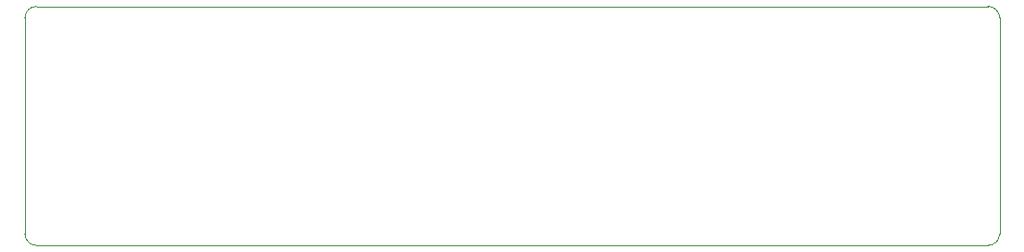
<source format=gm1>
G04 #@! TF.GenerationSoftware,KiCad,Pcbnew,6.0.8-f2edbf62ab~116~ubuntu22.04.1*
G04 #@! TF.CreationDate,2022-10-28T12:05:06+02:00*
G04 #@! TF.ProjectId,FLWSB-SAMDaaNo21,464c5753-422d-4534-914d-4461614e6f32,1.0*
G04 #@! TF.SameCoordinates,Original*
G04 #@! TF.FileFunction,Profile,NP*
%FSLAX46Y46*%
G04 Gerber Fmt 4.6, Leading zero omitted, Abs format (unit mm)*
G04 Created by KiCad (PCBNEW 6.0.8-f2edbf62ab~116~ubuntu22.04.1) date 2022-10-28 12:05:06*
%MOMM*%
%LPD*%
G01*
G04 APERTURE LIST*
G04 #@! TA.AperFunction,Profile*
%ADD10C,0.100000*%
G04 #@! TD*
G04 APERTURE END LIST*
D10*
X169292893Y-69207107D02*
X169292578Y-88246036D01*
X83555090Y-88248307D02*
X83554087Y-69207107D01*
X83555093Y-88248307D02*
G75*
G03*
X84555090Y-89248307I1000007J7D01*
G01*
X84554087Y-68207107D02*
X168292893Y-68207107D01*
X169292893Y-69207107D02*
G75*
G03*
X168292893Y-68207107I-999993J7D01*
G01*
X168292578Y-89246036D02*
X84555090Y-89248307D01*
X84554087Y-68207087D02*
G75*
G03*
X83554087Y-69207107I13J-1000013D01*
G01*
X168292578Y-89245978D02*
G75*
G03*
X169292578Y-88246036I22J999978D01*
G01*
M02*

</source>
